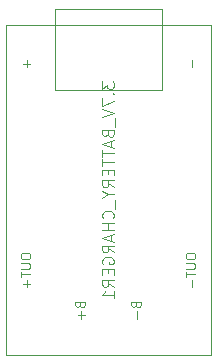
<source format=gbo>
%TF.GenerationSoftware,KiCad,Pcbnew,9.0.0*%
%TF.CreationDate,2025-03-19T00:30:10-07:00*%
%TF.ProjectId,remote,72656d6f-7465-42e6-9b69-6361645f7063,v0.3*%
%TF.SameCoordinates,Original*%
%TF.FileFunction,Legend,Bot*%
%TF.FilePolarity,Positive*%
%FSLAX46Y46*%
G04 Gerber Fmt 4.6, Leading zero omitted, Abs format (unit mm)*
G04 Created by KiCad (PCBNEW 9.0.0) date 2025-03-19 00:30:10*
%MOMM*%
%LPD*%
G01*
G04 APERTURE LIST*
%ADD10C,0.100000*%
G04 APERTURE END LIST*
D10*
X184617419Y-80959523D02*
X184617419Y-81578570D01*
X184617419Y-81578570D02*
X184998371Y-81245237D01*
X184998371Y-81245237D02*
X184998371Y-81388094D01*
X184998371Y-81388094D02*
X185045990Y-81483332D01*
X185045990Y-81483332D02*
X185093609Y-81530951D01*
X185093609Y-81530951D02*
X185188847Y-81578570D01*
X185188847Y-81578570D02*
X185426942Y-81578570D01*
X185426942Y-81578570D02*
X185522180Y-81530951D01*
X185522180Y-81530951D02*
X185569800Y-81483332D01*
X185569800Y-81483332D02*
X185617419Y-81388094D01*
X185617419Y-81388094D02*
X185617419Y-81102380D01*
X185617419Y-81102380D02*
X185569800Y-81007142D01*
X185569800Y-81007142D02*
X185522180Y-80959523D01*
X185522180Y-82007142D02*
X185569800Y-82054761D01*
X185569800Y-82054761D02*
X185617419Y-82007142D01*
X185617419Y-82007142D02*
X185569800Y-81959523D01*
X185569800Y-81959523D02*
X185522180Y-82007142D01*
X185522180Y-82007142D02*
X185617419Y-82007142D01*
X184617419Y-82388094D02*
X184617419Y-83054760D01*
X184617419Y-83054760D02*
X185617419Y-82626189D01*
X184617419Y-83292856D02*
X185617419Y-83626189D01*
X185617419Y-83626189D02*
X184617419Y-83959522D01*
X185712657Y-84054761D02*
X185712657Y-84816665D01*
X185093609Y-85388094D02*
X185141228Y-85530951D01*
X185141228Y-85530951D02*
X185188847Y-85578570D01*
X185188847Y-85578570D02*
X185284085Y-85626189D01*
X185284085Y-85626189D02*
X185426942Y-85626189D01*
X185426942Y-85626189D02*
X185522180Y-85578570D01*
X185522180Y-85578570D02*
X185569800Y-85530951D01*
X185569800Y-85530951D02*
X185617419Y-85435713D01*
X185617419Y-85435713D02*
X185617419Y-85054761D01*
X185617419Y-85054761D02*
X184617419Y-85054761D01*
X184617419Y-85054761D02*
X184617419Y-85388094D01*
X184617419Y-85388094D02*
X184665038Y-85483332D01*
X184665038Y-85483332D02*
X184712657Y-85530951D01*
X184712657Y-85530951D02*
X184807895Y-85578570D01*
X184807895Y-85578570D02*
X184903133Y-85578570D01*
X184903133Y-85578570D02*
X184998371Y-85530951D01*
X184998371Y-85530951D02*
X185045990Y-85483332D01*
X185045990Y-85483332D02*
X185093609Y-85388094D01*
X185093609Y-85388094D02*
X185093609Y-85054761D01*
X185331704Y-86007142D02*
X185331704Y-86483332D01*
X185617419Y-85911904D02*
X184617419Y-86245237D01*
X184617419Y-86245237D02*
X185617419Y-86578570D01*
X184617419Y-86769047D02*
X184617419Y-87340475D01*
X185617419Y-87054761D02*
X184617419Y-87054761D01*
X184617419Y-87530952D02*
X184617419Y-88102380D01*
X185617419Y-87816666D02*
X184617419Y-87816666D01*
X185093609Y-88435714D02*
X185093609Y-88769047D01*
X185617419Y-88911904D02*
X185617419Y-88435714D01*
X185617419Y-88435714D02*
X184617419Y-88435714D01*
X184617419Y-88435714D02*
X184617419Y-88911904D01*
X185617419Y-89911904D02*
X185141228Y-89578571D01*
X185617419Y-89340476D02*
X184617419Y-89340476D01*
X184617419Y-89340476D02*
X184617419Y-89721428D01*
X184617419Y-89721428D02*
X184665038Y-89816666D01*
X184665038Y-89816666D02*
X184712657Y-89864285D01*
X184712657Y-89864285D02*
X184807895Y-89911904D01*
X184807895Y-89911904D02*
X184950752Y-89911904D01*
X184950752Y-89911904D02*
X185045990Y-89864285D01*
X185045990Y-89864285D02*
X185093609Y-89816666D01*
X185093609Y-89816666D02*
X185141228Y-89721428D01*
X185141228Y-89721428D02*
X185141228Y-89340476D01*
X185141228Y-90530952D02*
X185617419Y-90530952D01*
X184617419Y-90197619D02*
X185141228Y-90530952D01*
X185141228Y-90530952D02*
X184617419Y-90864285D01*
X185712657Y-90959524D02*
X185712657Y-91721428D01*
X185522180Y-92530952D02*
X185569800Y-92483333D01*
X185569800Y-92483333D02*
X185617419Y-92340476D01*
X185617419Y-92340476D02*
X185617419Y-92245238D01*
X185617419Y-92245238D02*
X185569800Y-92102381D01*
X185569800Y-92102381D02*
X185474561Y-92007143D01*
X185474561Y-92007143D02*
X185379323Y-91959524D01*
X185379323Y-91959524D02*
X185188847Y-91911905D01*
X185188847Y-91911905D02*
X185045990Y-91911905D01*
X185045990Y-91911905D02*
X184855514Y-91959524D01*
X184855514Y-91959524D02*
X184760276Y-92007143D01*
X184760276Y-92007143D02*
X184665038Y-92102381D01*
X184665038Y-92102381D02*
X184617419Y-92245238D01*
X184617419Y-92245238D02*
X184617419Y-92340476D01*
X184617419Y-92340476D02*
X184665038Y-92483333D01*
X184665038Y-92483333D02*
X184712657Y-92530952D01*
X185617419Y-92959524D02*
X184617419Y-92959524D01*
X185093609Y-92959524D02*
X185093609Y-93530952D01*
X185617419Y-93530952D02*
X184617419Y-93530952D01*
X185331704Y-93959524D02*
X185331704Y-94435714D01*
X185617419Y-93864286D02*
X184617419Y-94197619D01*
X184617419Y-94197619D02*
X185617419Y-94530952D01*
X185617419Y-95435714D02*
X185141228Y-95102381D01*
X185617419Y-94864286D02*
X184617419Y-94864286D01*
X184617419Y-94864286D02*
X184617419Y-95245238D01*
X184617419Y-95245238D02*
X184665038Y-95340476D01*
X184665038Y-95340476D02*
X184712657Y-95388095D01*
X184712657Y-95388095D02*
X184807895Y-95435714D01*
X184807895Y-95435714D02*
X184950752Y-95435714D01*
X184950752Y-95435714D02*
X185045990Y-95388095D01*
X185045990Y-95388095D02*
X185093609Y-95340476D01*
X185093609Y-95340476D02*
X185141228Y-95245238D01*
X185141228Y-95245238D02*
X185141228Y-94864286D01*
X184665038Y-96388095D02*
X184617419Y-96292857D01*
X184617419Y-96292857D02*
X184617419Y-96150000D01*
X184617419Y-96150000D02*
X184665038Y-96007143D01*
X184665038Y-96007143D02*
X184760276Y-95911905D01*
X184760276Y-95911905D02*
X184855514Y-95864286D01*
X184855514Y-95864286D02*
X185045990Y-95816667D01*
X185045990Y-95816667D02*
X185188847Y-95816667D01*
X185188847Y-95816667D02*
X185379323Y-95864286D01*
X185379323Y-95864286D02*
X185474561Y-95911905D01*
X185474561Y-95911905D02*
X185569800Y-96007143D01*
X185569800Y-96007143D02*
X185617419Y-96150000D01*
X185617419Y-96150000D02*
X185617419Y-96245238D01*
X185617419Y-96245238D02*
X185569800Y-96388095D01*
X185569800Y-96388095D02*
X185522180Y-96435714D01*
X185522180Y-96435714D02*
X185188847Y-96435714D01*
X185188847Y-96435714D02*
X185188847Y-96245238D01*
X185093609Y-96864286D02*
X185093609Y-97197619D01*
X185617419Y-97340476D02*
X185617419Y-96864286D01*
X185617419Y-96864286D02*
X184617419Y-96864286D01*
X184617419Y-96864286D02*
X184617419Y-97340476D01*
X185617419Y-98340476D02*
X185141228Y-98007143D01*
X185617419Y-97769048D02*
X184617419Y-97769048D01*
X184617419Y-97769048D02*
X184617419Y-98150000D01*
X184617419Y-98150000D02*
X184665038Y-98245238D01*
X184665038Y-98245238D02*
X184712657Y-98292857D01*
X184712657Y-98292857D02*
X184807895Y-98340476D01*
X184807895Y-98340476D02*
X184950752Y-98340476D01*
X184950752Y-98340476D02*
X185045990Y-98292857D01*
X185045990Y-98292857D02*
X185093609Y-98245238D01*
X185093609Y-98245238D02*
X185141228Y-98150000D01*
X185141228Y-98150000D02*
X185141228Y-97769048D01*
X185617419Y-99292857D02*
X185617419Y-98721429D01*
X185617419Y-99007143D02*
X184617419Y-99007143D01*
X184617419Y-99007143D02*
X184760276Y-98911905D01*
X184760276Y-98911905D02*
X184855514Y-98816667D01*
X184855514Y-98816667D02*
X184903133Y-98721429D01*
X182732847Y-99891904D02*
X182770942Y-100006190D01*
X182770942Y-100006190D02*
X182809038Y-100044285D01*
X182809038Y-100044285D02*
X182885228Y-100082381D01*
X182885228Y-100082381D02*
X182999514Y-100082381D01*
X182999514Y-100082381D02*
X183075704Y-100044285D01*
X183075704Y-100044285D02*
X183113800Y-100006190D01*
X183113800Y-100006190D02*
X183151895Y-99930000D01*
X183151895Y-99930000D02*
X183151895Y-99625238D01*
X183151895Y-99625238D02*
X182351895Y-99625238D01*
X182351895Y-99625238D02*
X182351895Y-99891904D01*
X182351895Y-99891904D02*
X182389990Y-99968095D01*
X182389990Y-99968095D02*
X182428085Y-100006190D01*
X182428085Y-100006190D02*
X182504276Y-100044285D01*
X182504276Y-100044285D02*
X182580466Y-100044285D01*
X182580466Y-100044285D02*
X182656657Y-100006190D01*
X182656657Y-100006190D02*
X182694752Y-99968095D01*
X182694752Y-99968095D02*
X182732847Y-99891904D01*
X182732847Y-99891904D02*
X182732847Y-99625238D01*
X182847133Y-100425238D02*
X182847133Y-101034762D01*
X183151895Y-100730000D02*
X182542371Y-100730000D01*
X178235133Y-79144211D02*
X178235133Y-79753735D01*
X178539895Y-79448973D02*
X177930371Y-79448973D01*
X177739895Y-95658646D02*
X177739895Y-95811027D01*
X177739895Y-95811027D02*
X177777990Y-95887217D01*
X177777990Y-95887217D02*
X177854180Y-95963408D01*
X177854180Y-95963408D02*
X178006561Y-96001503D01*
X178006561Y-96001503D02*
X178273228Y-96001503D01*
X178273228Y-96001503D02*
X178425609Y-95963408D01*
X178425609Y-95963408D02*
X178501800Y-95887217D01*
X178501800Y-95887217D02*
X178539895Y-95811027D01*
X178539895Y-95811027D02*
X178539895Y-95658646D01*
X178539895Y-95658646D02*
X178501800Y-95582455D01*
X178501800Y-95582455D02*
X178425609Y-95506265D01*
X178425609Y-95506265D02*
X178273228Y-95468169D01*
X178273228Y-95468169D02*
X178006561Y-95468169D01*
X178006561Y-95468169D02*
X177854180Y-95506265D01*
X177854180Y-95506265D02*
X177777990Y-95582455D01*
X177777990Y-95582455D02*
X177739895Y-95658646D01*
X177739895Y-96344360D02*
X178387514Y-96344360D01*
X178387514Y-96344360D02*
X178463704Y-96382455D01*
X178463704Y-96382455D02*
X178501800Y-96420550D01*
X178501800Y-96420550D02*
X178539895Y-96496741D01*
X178539895Y-96496741D02*
X178539895Y-96649122D01*
X178539895Y-96649122D02*
X178501800Y-96725312D01*
X178501800Y-96725312D02*
X178463704Y-96763407D01*
X178463704Y-96763407D02*
X178387514Y-96801503D01*
X178387514Y-96801503D02*
X177739895Y-96801503D01*
X177739895Y-97068169D02*
X177739895Y-97525312D01*
X178539895Y-97296740D02*
X177739895Y-97296740D01*
X178235133Y-97791979D02*
X178235133Y-98401503D01*
X178539895Y-98096741D02*
X177930371Y-98096741D01*
X192205133Y-79144211D02*
X192205133Y-79753735D01*
X187478847Y-99891904D02*
X187516942Y-100006190D01*
X187516942Y-100006190D02*
X187555038Y-100044285D01*
X187555038Y-100044285D02*
X187631228Y-100082381D01*
X187631228Y-100082381D02*
X187745514Y-100082381D01*
X187745514Y-100082381D02*
X187821704Y-100044285D01*
X187821704Y-100044285D02*
X187859800Y-100006190D01*
X187859800Y-100006190D02*
X187897895Y-99930000D01*
X187897895Y-99930000D02*
X187897895Y-99625238D01*
X187897895Y-99625238D02*
X187097895Y-99625238D01*
X187097895Y-99625238D02*
X187097895Y-99891904D01*
X187097895Y-99891904D02*
X187135990Y-99968095D01*
X187135990Y-99968095D02*
X187174085Y-100006190D01*
X187174085Y-100006190D02*
X187250276Y-100044285D01*
X187250276Y-100044285D02*
X187326466Y-100044285D01*
X187326466Y-100044285D02*
X187402657Y-100006190D01*
X187402657Y-100006190D02*
X187440752Y-99968095D01*
X187440752Y-99968095D02*
X187478847Y-99891904D01*
X187478847Y-99891904D02*
X187478847Y-99625238D01*
X187593133Y-100425238D02*
X187593133Y-101034762D01*
X191709895Y-95658646D02*
X191709895Y-95811027D01*
X191709895Y-95811027D02*
X191747990Y-95887217D01*
X191747990Y-95887217D02*
X191824180Y-95963408D01*
X191824180Y-95963408D02*
X191976561Y-96001503D01*
X191976561Y-96001503D02*
X192243228Y-96001503D01*
X192243228Y-96001503D02*
X192395609Y-95963408D01*
X192395609Y-95963408D02*
X192471800Y-95887217D01*
X192471800Y-95887217D02*
X192509895Y-95811027D01*
X192509895Y-95811027D02*
X192509895Y-95658646D01*
X192509895Y-95658646D02*
X192471800Y-95582455D01*
X192471800Y-95582455D02*
X192395609Y-95506265D01*
X192395609Y-95506265D02*
X192243228Y-95468169D01*
X192243228Y-95468169D02*
X191976561Y-95468169D01*
X191976561Y-95468169D02*
X191824180Y-95506265D01*
X191824180Y-95506265D02*
X191747990Y-95582455D01*
X191747990Y-95582455D02*
X191709895Y-95658646D01*
X191709895Y-96344360D02*
X192357514Y-96344360D01*
X192357514Y-96344360D02*
X192433704Y-96382455D01*
X192433704Y-96382455D02*
X192471800Y-96420550D01*
X192471800Y-96420550D02*
X192509895Y-96496741D01*
X192509895Y-96496741D02*
X192509895Y-96649122D01*
X192509895Y-96649122D02*
X192471800Y-96725312D01*
X192471800Y-96725312D02*
X192433704Y-96763407D01*
X192433704Y-96763407D02*
X192357514Y-96801503D01*
X192357514Y-96801503D02*
X191709895Y-96801503D01*
X191709895Y-97068169D02*
X191709895Y-97525312D01*
X192509895Y-97296740D02*
X191709895Y-97296740D01*
X192205133Y-97791979D02*
X192205133Y-98401503D01*
%TO.C,3.7V_BATTERY_CHARGER1*%
X176460000Y-76200000D02*
X193860000Y-76200000D01*
X193860000Y-104100000D01*
X176460000Y-104100000D01*
X176460000Y-76200000D01*
X180640000Y-74860000D02*
X189680000Y-74860000D01*
X189680000Y-81720000D01*
X180640000Y-81720000D01*
X180640000Y-74860000D01*
%TD*%
M02*

</source>
